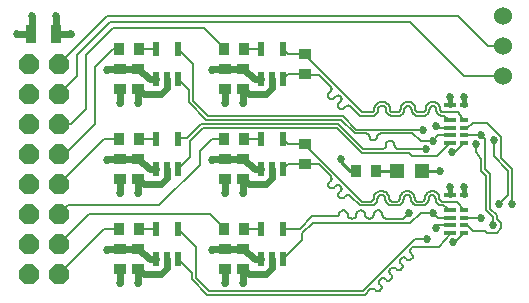
<source format=gtl>
G75*
G70*
%OFA0B0*%
%FSLAX24Y24*%
%IPPOS*%
%LPD*%
%AMOC8*
5,1,8,0,0,1.08239X$1,22.5*
%
%ADD10R,0.0220X0.0500*%
%ADD11R,0.0420X0.0350*%
%ADD12OC8,0.0660*%
%ADD13R,0.0380X0.0600*%
%ADD14R,0.0300X0.0150*%
%ADD15R,0.0400X0.0150*%
%ADD16R,0.0350X0.0420*%
%ADD17C,0.0600*%
%ADD18R,0.0472X0.0472*%
%ADD19C,0.0070*%
%ADD20C,0.0270*%
%ADD21C,0.0160*%
%ADD22C,0.0240*%
%ADD23C,0.0100*%
D10*
X007890Y001540D03*
X008260Y001540D03*
X008630Y001540D03*
X008630Y002560D03*
X007890Y002560D03*
X007890Y004540D03*
X008260Y004540D03*
X008630Y004540D03*
X008630Y005560D03*
X007890Y005560D03*
X007890Y007540D03*
X008260Y007540D03*
X008630Y007540D03*
X008630Y008560D03*
X007890Y008560D03*
X011390Y008560D03*
X012130Y008560D03*
X012130Y007540D03*
X011760Y007540D03*
X011390Y007540D03*
X011390Y005560D03*
X012130Y005560D03*
X012130Y004540D03*
X011760Y004540D03*
X011390Y004540D03*
X011390Y002560D03*
X012130Y002560D03*
X012130Y001540D03*
X011760Y001540D03*
X011390Y001540D03*
D11*
X010810Y001210D03*
X010210Y001210D03*
X010210Y001890D03*
X010810Y001890D03*
X010810Y004210D03*
X010210Y004210D03*
X010210Y004890D03*
X010810Y004890D03*
X012860Y004710D03*
X012860Y005390D03*
X010810Y007210D03*
X010210Y007210D03*
X010210Y007890D03*
X010810Y007890D03*
X012860Y007710D03*
X012860Y008390D03*
X007310Y007890D03*
X006710Y007890D03*
X006710Y007210D03*
X007310Y007210D03*
X007310Y004890D03*
X006710Y004890D03*
X006710Y004210D03*
X007310Y004210D03*
X007310Y001890D03*
X006710Y001890D03*
X006710Y001210D03*
X007310Y001210D03*
D12*
X003660Y001050D03*
X004660Y001050D03*
X004660Y002050D03*
X003660Y002050D03*
X003660Y003050D03*
X004660Y003050D03*
X004660Y004050D03*
X003660Y004050D03*
X003660Y005050D03*
X004660Y005050D03*
X004660Y006050D03*
X003660Y006050D03*
X003660Y007050D03*
X004660Y007050D03*
X004660Y008050D03*
X003660Y008050D03*
D13*
X003750Y009050D03*
X004570Y009050D03*
D14*
X018160Y006675D03*
X018160Y006175D03*
X018160Y005925D03*
X018160Y005675D03*
X018160Y005425D03*
X018160Y003675D03*
X018160Y003175D03*
X018160Y002925D03*
X018160Y002675D03*
X018160Y002425D03*
D15*
X017710Y002425D03*
X017710Y002675D03*
X017710Y002925D03*
X017710Y003175D03*
X017710Y003675D03*
X017710Y005425D03*
X017710Y005675D03*
X017710Y005925D03*
X017710Y006175D03*
X017710Y006675D03*
D16*
X015250Y004500D03*
X014570Y004500D03*
X010850Y005550D03*
X010170Y005550D03*
X007350Y005550D03*
X006670Y005550D03*
X006670Y002550D03*
X007350Y002550D03*
X010170Y002550D03*
X010850Y002550D03*
X010850Y008550D03*
X010170Y008550D03*
X007350Y008550D03*
X006670Y008550D03*
D17*
X019460Y008650D03*
X019460Y007650D03*
X019460Y009650D03*
D18*
X016773Y004500D03*
X015946Y004500D03*
D19*
X016435Y004975D02*
X016335Y005075D01*
X014768Y005075D01*
X013933Y005910D01*
X009461Y005910D01*
X009030Y005479D01*
X009030Y004941D01*
X008630Y004540D01*
X009360Y004690D02*
X009360Y005150D01*
X009760Y005550D01*
X010170Y005550D01*
X010850Y005550D02*
X011380Y005550D01*
X011390Y005560D01*
X012130Y005560D02*
X012270Y005419D01*
X012341Y005390D02*
X012860Y005390D01*
X012860Y005367D01*
X014761Y003465D01*
X015047Y003465D01*
X015066Y003467D01*
X015085Y003472D01*
X015102Y003480D01*
X015118Y003491D01*
X015131Y003504D01*
X015142Y003520D01*
X015150Y003537D01*
X015155Y003556D01*
X015157Y003575D01*
X015287Y003575D02*
X015285Y003546D01*
X015280Y003518D01*
X015271Y003490D01*
X015260Y003463D01*
X015245Y003439D01*
X015227Y003416D01*
X015206Y003395D01*
X015183Y003377D01*
X015159Y003362D01*
X015132Y003351D01*
X015104Y003342D01*
X015076Y003337D01*
X015047Y003335D01*
X014708Y003335D01*
X014382Y003661D01*
X014367Y003673D01*
X014350Y003683D01*
X014332Y003689D01*
X014314Y003693D01*
X014294Y003693D01*
X014276Y003689D01*
X014258Y003683D01*
X014241Y003673D01*
X014226Y003661D01*
X014177Y003611D01*
X014162Y003599D01*
X014145Y003589D01*
X014127Y003583D01*
X014109Y003579D01*
X014089Y003579D01*
X014071Y003583D01*
X014053Y003589D01*
X014036Y003599D01*
X014021Y003611D01*
X014010Y003622D01*
X013998Y003637D01*
X013988Y003654D01*
X013982Y003672D01*
X013978Y003690D01*
X013978Y003710D01*
X013982Y003728D01*
X013988Y003746D01*
X013998Y003763D01*
X014010Y003778D01*
X014060Y003827D01*
X014072Y003842D01*
X014082Y003859D01*
X014088Y003877D01*
X014092Y003895D01*
X014092Y003915D01*
X014088Y003933D01*
X014082Y003951D01*
X014072Y003968D01*
X014060Y003983D01*
X014048Y003994D01*
X014049Y003994D02*
X014034Y004006D01*
X014017Y004016D01*
X013999Y004022D01*
X013981Y004026D01*
X013961Y004026D01*
X013943Y004022D01*
X013925Y004016D01*
X013908Y004006D01*
X013893Y003994D01*
X013843Y003945D01*
X013844Y003944D02*
X013829Y003932D01*
X013812Y003922D01*
X013794Y003916D01*
X013776Y003912D01*
X013756Y003912D01*
X013738Y003916D01*
X013720Y003922D01*
X013703Y003932D01*
X013688Y003944D01*
X013688Y003945D02*
X013677Y003956D01*
X013676Y003956D02*
X013664Y003971D01*
X013654Y003988D01*
X013648Y004006D01*
X013644Y004024D01*
X013644Y004044D01*
X013648Y004062D01*
X013654Y004080D01*
X013664Y004097D01*
X013676Y004112D01*
X013677Y004111D02*
X013726Y004161D01*
X013738Y004176D01*
X013748Y004193D01*
X013754Y004211D01*
X013758Y004229D01*
X013758Y004249D01*
X013754Y004267D01*
X013748Y004285D01*
X013738Y004302D01*
X013726Y004317D01*
X013333Y004710D01*
X012860Y004710D01*
X012341Y004710D01*
X012270Y004681D02*
X012130Y004540D01*
X012270Y004681D02*
X012285Y004693D01*
X012303Y004702D01*
X012321Y004708D01*
X012341Y004710D01*
X012341Y005390D02*
X012321Y005392D01*
X012303Y005398D01*
X012285Y005407D01*
X012270Y005419D01*
X013986Y006040D02*
X009408Y006040D01*
X008939Y005571D01*
X008640Y005571D01*
X008630Y005560D01*
X007890Y005560D02*
X007880Y005550D01*
X007350Y005550D01*
X006670Y005550D02*
X006160Y005550D01*
X004660Y004050D01*
X004960Y003350D02*
X008020Y003350D01*
X009360Y004690D01*
X009583Y006185D02*
X008989Y006779D01*
X008989Y007181D01*
X008630Y007540D01*
X009130Y008059D02*
X008630Y008560D01*
X009130Y008059D02*
X009130Y006821D01*
X009636Y006315D01*
X014136Y006315D01*
X014586Y005865D01*
X016795Y005865D01*
X016810Y005850D01*
X016735Y005500D02*
X016435Y005735D01*
X015385Y005735D01*
X015366Y005733D01*
X015347Y005728D01*
X015330Y005720D01*
X015314Y005709D01*
X015301Y005696D01*
X015290Y005680D01*
X015282Y005663D01*
X015277Y005644D01*
X015275Y005625D01*
X015273Y005606D01*
X015268Y005587D01*
X015260Y005570D01*
X015249Y005554D01*
X015236Y005541D01*
X015220Y005530D01*
X015203Y005522D01*
X015184Y005517D01*
X015165Y005515D01*
X015132Y005515D01*
X015113Y005517D01*
X015094Y005522D01*
X015077Y005530D01*
X015061Y005541D01*
X015048Y005554D01*
X015037Y005570D01*
X015029Y005587D01*
X015024Y005606D01*
X015022Y005625D01*
X015020Y005644D01*
X015015Y005663D01*
X015007Y005680D01*
X014996Y005696D01*
X014983Y005709D01*
X014967Y005720D01*
X014950Y005728D01*
X014931Y005733D01*
X014912Y005735D01*
X014533Y005735D01*
X014083Y006185D01*
X009583Y006185D01*
X012130Y007540D02*
X012270Y007681D01*
X012341Y007710D02*
X012860Y007710D01*
X012860Y007685D01*
X013333Y007685D01*
X013726Y007292D01*
X013738Y007277D01*
X013748Y007260D01*
X013754Y007242D01*
X013758Y007224D01*
X013758Y007204D01*
X013754Y007186D01*
X013748Y007168D01*
X013738Y007151D01*
X013726Y007136D01*
X013677Y007086D01*
X013676Y007087D02*
X013664Y007072D01*
X013654Y007055D01*
X013648Y007037D01*
X013644Y007019D01*
X013644Y006999D01*
X013648Y006981D01*
X013654Y006963D01*
X013664Y006946D01*
X013676Y006931D01*
X013677Y006931D02*
X013688Y006920D01*
X013688Y006919D02*
X013703Y006907D01*
X013720Y006897D01*
X013738Y006891D01*
X013756Y006887D01*
X013776Y006887D01*
X013794Y006891D01*
X013812Y006897D01*
X013829Y006907D01*
X013844Y006919D01*
X013843Y006920D02*
X013893Y006969D01*
X013908Y006981D01*
X013925Y006991D01*
X013943Y006997D01*
X013961Y007001D01*
X013981Y007001D01*
X013999Y006997D01*
X014017Y006991D01*
X014034Y006981D01*
X014049Y006969D01*
X014048Y006969D02*
X014060Y006958D01*
X014072Y006943D01*
X014082Y006926D01*
X014088Y006908D01*
X014092Y006890D01*
X014092Y006870D01*
X014088Y006852D01*
X014082Y006834D01*
X014072Y006817D01*
X014060Y006802D01*
X014010Y006753D01*
X013998Y006738D01*
X013988Y006721D01*
X013982Y006703D01*
X013978Y006685D01*
X013978Y006665D01*
X013982Y006647D01*
X013988Y006629D01*
X013998Y006612D01*
X014010Y006597D01*
X014021Y006586D01*
X014036Y006574D01*
X014053Y006564D01*
X014071Y006558D01*
X014089Y006554D01*
X014109Y006554D01*
X014127Y006558D01*
X014145Y006564D01*
X014162Y006574D01*
X014177Y006586D01*
X014226Y006636D01*
X014241Y006648D01*
X014258Y006658D01*
X014276Y006664D01*
X014294Y006668D01*
X014314Y006668D01*
X014332Y006664D01*
X014350Y006658D01*
X014367Y006648D01*
X014382Y006636D01*
X014708Y006310D01*
X015072Y006310D01*
X015072Y006440D02*
X014786Y006440D01*
X012885Y008342D01*
X012860Y008390D02*
X012341Y008390D01*
X012270Y008419D02*
X012130Y008560D01*
X012270Y008419D02*
X012285Y008407D01*
X012303Y008398D01*
X012321Y008392D01*
X012341Y008390D01*
X011390Y008560D02*
X011380Y008550D01*
X010850Y008550D01*
X010170Y008550D02*
X010170Y008590D01*
X010160Y008600D01*
X009520Y009250D01*
X006460Y009250D01*
X005560Y008350D01*
X005560Y006550D01*
X005060Y006050D01*
X004660Y006050D01*
X004860Y005050D02*
X005860Y006050D01*
X005860Y007950D01*
X006460Y008550D01*
X006670Y008550D01*
X007350Y008550D02*
X007880Y008550D01*
X007890Y008560D01*
X006360Y009450D02*
X016360Y009450D01*
X018160Y007650D01*
X019460Y007650D01*
X019460Y008650D02*
X018960Y008650D01*
X017960Y009650D01*
X006260Y009650D01*
X004660Y008050D01*
X005260Y008350D02*
X005260Y007650D01*
X004660Y007050D01*
X005260Y008350D02*
X006360Y009450D01*
X012270Y007681D02*
X012285Y007693D01*
X012303Y007702D01*
X012321Y007708D01*
X012341Y007710D01*
X013986Y006040D02*
X014801Y005225D01*
X015435Y005225D01*
X015456Y005227D01*
X015477Y005232D01*
X015496Y005240D01*
X015514Y005251D01*
X015530Y005265D01*
X015544Y005281D01*
X015555Y005299D01*
X015563Y005318D01*
X015568Y005339D01*
X015570Y005360D01*
X015572Y005381D01*
X015577Y005402D01*
X015585Y005421D01*
X015596Y005439D01*
X015610Y005455D01*
X015626Y005469D01*
X015644Y005480D01*
X015663Y005488D01*
X015684Y005493D01*
X015705Y005495D01*
X015715Y005495D01*
X015736Y005493D01*
X015757Y005488D01*
X015776Y005480D01*
X015794Y005469D01*
X015810Y005455D01*
X015824Y005439D01*
X015835Y005421D01*
X015843Y005402D01*
X015848Y005381D01*
X015850Y005360D01*
X015852Y005339D01*
X015857Y005318D01*
X015865Y005299D01*
X015876Y005281D01*
X015890Y005265D01*
X015906Y005251D01*
X015924Y005240D01*
X015943Y005232D01*
X015964Y005227D01*
X015985Y005225D01*
X016910Y005225D01*
X017260Y004975D02*
X016435Y004975D01*
X016735Y005500D02*
X017135Y005500D01*
X017310Y005675D01*
X017710Y005675D01*
X017710Y005925D02*
X017310Y005925D01*
X017235Y006000D01*
X017485Y006310D02*
X017510Y006310D01*
X017735Y006150D01*
X017710Y006175D01*
X017485Y006440D02*
X017960Y006440D01*
X018185Y006150D01*
X018160Y006175D01*
X018285Y005925D02*
X018460Y006100D01*
X018935Y006100D01*
X019410Y005625D01*
X019410Y004917D01*
X019775Y004552D01*
X019775Y003385D01*
X019785Y003375D01*
X019645Y003685D02*
X019645Y004498D01*
X019170Y004973D01*
X019170Y005525D01*
X018875Y005500D02*
X018875Y004552D01*
X019050Y004377D01*
X019050Y003227D01*
X019275Y003002D01*
X019275Y002885D01*
X019410Y002750D01*
X019410Y002575D01*
X019260Y002425D01*
X018935Y002425D01*
X018860Y002500D01*
X018460Y002500D01*
X018285Y002675D01*
X018160Y002675D01*
X018160Y002425D02*
X018185Y002425D01*
X017885Y002125D01*
X017810Y002125D01*
X017723Y002413D02*
X017722Y002413D01*
X017710Y002425D01*
X017723Y002413D02*
X017735Y002425D01*
X017723Y002413D02*
X017335Y001960D01*
X016461Y001960D01*
X016405Y001904D01*
X016393Y001889D01*
X016383Y001872D01*
X016377Y001854D01*
X016373Y001836D01*
X016373Y001816D01*
X016377Y001798D01*
X016383Y001780D01*
X016393Y001763D01*
X016405Y001748D01*
X016454Y001700D01*
X016463Y001684D01*
X016468Y001666D01*
X016470Y001648D01*
X016468Y001629D01*
X016463Y001612D01*
X016455Y001595D01*
X016443Y001581D01*
X016429Y001569D01*
X016413Y001554D01*
X016414Y001554D02*
X016402Y001540D01*
X016388Y001528D01*
X016371Y001520D01*
X016354Y001515D01*
X016335Y001513D01*
X016317Y001515D01*
X016299Y001520D01*
X016283Y001529D01*
X016234Y001577D01*
X016235Y001578D02*
X016220Y001590D01*
X016203Y001600D01*
X016185Y001606D01*
X016167Y001610D01*
X016147Y001610D01*
X016129Y001606D01*
X016111Y001600D01*
X016094Y001590D01*
X016079Y001578D01*
X016079Y001577D02*
X016063Y001562D01*
X016051Y001547D01*
X016041Y001530D01*
X016035Y001512D01*
X016031Y001494D01*
X016031Y001474D01*
X016035Y001456D01*
X016041Y001438D01*
X016051Y001421D01*
X016063Y001406D01*
X016112Y001358D01*
X016121Y001342D01*
X016126Y001324D01*
X016128Y001306D01*
X016126Y001287D01*
X016121Y001270D01*
X016113Y001253D01*
X016101Y001239D01*
X016087Y001227D01*
X016071Y001212D01*
X016071Y001211D02*
X016059Y001197D01*
X016045Y001185D01*
X016028Y001177D01*
X016011Y001172D01*
X015992Y001170D01*
X015974Y001172D01*
X015956Y001177D01*
X015940Y001186D01*
X015940Y001187D02*
X015892Y001235D01*
X015877Y001247D01*
X015860Y001257D01*
X015842Y001263D01*
X015824Y001267D01*
X015804Y001267D01*
X015786Y001263D01*
X015768Y001257D01*
X015751Y001247D01*
X015736Y001235D01*
X015713Y001212D01*
X015701Y001197D01*
X015691Y001180D01*
X015685Y001162D01*
X015681Y001144D01*
X015681Y001124D01*
X015685Y001106D01*
X015691Y001088D01*
X015701Y001071D01*
X015713Y001056D01*
X015762Y001008D01*
X015771Y000992D01*
X015776Y000974D01*
X015778Y000956D01*
X015776Y000937D01*
X015771Y000920D01*
X015763Y000903D01*
X015751Y000889D01*
X015737Y000877D01*
X015721Y000862D01*
X015721Y000861D02*
X015709Y000847D01*
X015695Y000835D01*
X015678Y000827D01*
X015661Y000822D01*
X015642Y000820D01*
X015624Y000822D01*
X015606Y000827D01*
X015590Y000836D01*
X015590Y000837D02*
X015542Y000885D01*
X015527Y000897D01*
X015510Y000907D01*
X015492Y000913D01*
X015474Y000917D01*
X015454Y000917D01*
X015436Y000913D01*
X015418Y000907D01*
X015401Y000897D01*
X015386Y000885D01*
X015363Y000862D01*
X015351Y000847D01*
X015341Y000830D01*
X015335Y000812D01*
X015331Y000794D01*
X015331Y000774D01*
X015335Y000756D01*
X015341Y000738D01*
X015351Y000721D01*
X015363Y000706D01*
X015412Y000658D01*
X015421Y000642D01*
X015426Y000624D01*
X015428Y000606D01*
X015426Y000587D01*
X015421Y000570D01*
X015413Y000553D01*
X015401Y000539D01*
X015387Y000527D01*
X015371Y000512D01*
X015371Y000511D02*
X015359Y000497D01*
X015345Y000485D01*
X015328Y000477D01*
X015311Y000472D01*
X015292Y000470D01*
X015274Y000472D01*
X015256Y000477D01*
X015240Y000486D01*
X015240Y000487D02*
X015192Y000535D01*
X015177Y000547D01*
X015160Y000557D01*
X015142Y000563D01*
X015124Y000567D01*
X015104Y000567D01*
X015086Y000563D01*
X015068Y000557D01*
X015051Y000547D01*
X015036Y000535D01*
X014861Y000360D01*
X009608Y000360D01*
X009089Y000879D01*
X009089Y001081D01*
X008630Y001540D01*
X009230Y001959D02*
X008630Y002560D01*
X007890Y002560D02*
X007880Y002550D01*
X007350Y002550D01*
X006670Y002550D02*
X006160Y002550D01*
X004660Y001050D01*
X004660Y002050D02*
X005660Y003050D01*
X009720Y003050D01*
X010110Y002650D01*
X010170Y002590D01*
X010170Y002550D01*
X010850Y002550D02*
X011380Y002550D01*
X011390Y002560D01*
X012130Y002560D02*
X012144Y002546D01*
X012689Y002546D01*
X013118Y002975D01*
X013892Y002975D01*
X013909Y002971D01*
X013926Y002972D01*
X013944Y002975D01*
X013960Y002982D01*
X013974Y002992D01*
X013986Y003004D01*
X013996Y003019D01*
X014002Y003035D01*
X014004Y003056D01*
X014009Y003077D01*
X014017Y003096D01*
X014028Y003114D01*
X014042Y003130D01*
X014058Y003144D01*
X014076Y003155D01*
X014095Y003163D01*
X014116Y003168D01*
X014137Y003170D01*
X014156Y003170D01*
X014177Y003168D01*
X014198Y003163D01*
X014217Y003155D01*
X014235Y003144D01*
X014251Y003130D01*
X014265Y003114D01*
X014276Y003096D01*
X014284Y003077D01*
X014289Y003056D01*
X014291Y003035D01*
X014293Y003014D01*
X014298Y002993D01*
X014306Y002974D01*
X014317Y002956D01*
X014331Y002940D01*
X014347Y002926D01*
X014365Y002915D01*
X014384Y002907D01*
X014405Y002902D01*
X014426Y002900D01*
X014446Y002900D01*
X014467Y002902D01*
X014488Y002907D01*
X014507Y002915D01*
X014525Y002926D01*
X014541Y002940D01*
X014555Y002956D01*
X014566Y002974D01*
X014574Y002993D01*
X014579Y003014D01*
X014581Y003035D01*
X014583Y003056D01*
X014588Y003077D01*
X014596Y003096D01*
X014607Y003114D01*
X014621Y003130D01*
X014637Y003144D01*
X014655Y003155D01*
X014674Y003163D01*
X014695Y003168D01*
X014716Y003170D01*
X014735Y003170D01*
X014756Y003168D01*
X014777Y003163D01*
X014796Y003155D01*
X014814Y003144D01*
X014830Y003130D01*
X014844Y003114D01*
X014855Y003096D01*
X014863Y003077D01*
X014868Y003056D01*
X014870Y003035D01*
X014872Y003014D01*
X014877Y002993D01*
X014885Y002974D01*
X014896Y002956D01*
X014910Y002940D01*
X014926Y002926D01*
X014944Y002915D01*
X014963Y002907D01*
X014984Y002902D01*
X015005Y002900D01*
X015025Y002900D01*
X015046Y002902D01*
X015067Y002907D01*
X015086Y002915D01*
X015104Y002926D01*
X015120Y002940D01*
X015134Y002956D01*
X015145Y002974D01*
X015153Y002993D01*
X015158Y003014D01*
X015160Y003035D01*
X015162Y003056D01*
X015167Y003077D01*
X015175Y003096D01*
X015186Y003114D01*
X015200Y003130D01*
X015216Y003144D01*
X015234Y003155D01*
X015253Y003163D01*
X015274Y003168D01*
X015295Y003170D01*
X015315Y003170D01*
X015336Y003168D01*
X015357Y003163D01*
X015376Y003155D01*
X015394Y003144D01*
X015410Y003130D01*
X015424Y003114D01*
X015435Y003096D01*
X015443Y003077D01*
X015448Y003056D01*
X015450Y003035D01*
X015452Y003014D01*
X015457Y002993D01*
X015465Y002974D01*
X015476Y002956D01*
X015490Y002940D01*
X015506Y002926D01*
X015524Y002915D01*
X015543Y002907D01*
X015564Y002902D01*
X015585Y002900D01*
X016135Y002900D01*
X016335Y003100D01*
X016635Y003335D02*
X016757Y003335D01*
X016757Y003465D02*
X016635Y003465D01*
X016616Y003467D01*
X016597Y003472D01*
X016580Y003480D01*
X016564Y003491D01*
X016551Y003504D01*
X016540Y003520D01*
X016532Y003537D01*
X016527Y003556D01*
X016525Y003575D01*
X016395Y003575D02*
X016397Y003546D01*
X016402Y003518D01*
X016411Y003490D01*
X016422Y003463D01*
X016437Y003439D01*
X016455Y003416D01*
X016476Y003395D01*
X016499Y003377D01*
X016523Y003362D01*
X016550Y003351D01*
X016578Y003342D01*
X016606Y003337D01*
X016635Y003335D01*
X016735Y003100D02*
X017135Y003100D01*
X017160Y003075D01*
X017135Y003100D02*
X017310Y002925D01*
X017710Y002925D01*
X017710Y002675D02*
X017310Y002675D01*
X017235Y002600D01*
X016935Y002225D02*
X016543Y002225D01*
X014808Y000490D01*
X009661Y000490D01*
X009230Y000921D01*
X009230Y001959D01*
X012130Y001540D02*
X012780Y002191D01*
X012780Y002404D01*
X013126Y002750D01*
X016385Y002750D01*
X016735Y003100D01*
X016757Y003465D02*
X016776Y003467D01*
X016795Y003472D01*
X016812Y003480D01*
X016828Y003491D01*
X016841Y003504D01*
X016852Y003520D01*
X016860Y003537D01*
X016865Y003556D01*
X016867Y003575D01*
X016997Y003575D02*
X016995Y003546D01*
X016990Y003518D01*
X016981Y003490D01*
X016970Y003463D01*
X016955Y003439D01*
X016937Y003416D01*
X016916Y003395D01*
X016893Y003377D01*
X016869Y003362D01*
X016842Y003351D01*
X016814Y003342D01*
X016786Y003337D01*
X016757Y003335D01*
X016867Y003575D02*
X016869Y003604D01*
X016874Y003632D01*
X016883Y003660D01*
X016894Y003687D01*
X016909Y003711D01*
X016927Y003734D01*
X016948Y003755D01*
X016971Y003773D01*
X016995Y003788D01*
X017022Y003799D01*
X017050Y003808D01*
X017078Y003813D01*
X017107Y003815D01*
X017110Y003815D01*
X017107Y003685D02*
X017110Y003685D01*
X017110Y003815D02*
X017139Y003813D01*
X017167Y003808D01*
X017195Y003799D01*
X017222Y003788D01*
X017246Y003773D01*
X017269Y003755D01*
X017290Y003734D01*
X017308Y003711D01*
X017323Y003687D01*
X017334Y003660D01*
X017343Y003632D01*
X017348Y003604D01*
X017350Y003575D01*
X017352Y003556D01*
X017357Y003537D01*
X017365Y003520D01*
X017376Y003504D01*
X017389Y003491D01*
X017405Y003480D01*
X017422Y003472D01*
X017441Y003467D01*
X017460Y003465D01*
X017935Y003465D01*
X018160Y003175D01*
X018160Y002925D02*
X018135Y002925D01*
X018160Y002925D02*
X018735Y002925D01*
X018920Y003173D02*
X019145Y002948D01*
X019145Y002675D01*
X018920Y003173D02*
X018920Y004323D01*
X018745Y004498D01*
X018745Y004900D01*
X018585Y005125D01*
X018585Y005375D01*
X018875Y005500D02*
X018860Y005550D01*
X018735Y005675D01*
X018160Y005675D01*
X018160Y005425D02*
X017860Y005125D01*
X017785Y005125D01*
X017710Y005425D02*
X017260Y004975D01*
X018160Y005925D02*
X018285Y005925D01*
X017485Y006440D02*
X017466Y006442D01*
X017447Y006447D01*
X017430Y006455D01*
X017414Y006466D01*
X017401Y006479D01*
X017390Y006495D01*
X017382Y006512D01*
X017377Y006531D01*
X017375Y006550D01*
X017245Y006550D02*
X017247Y006521D01*
X017252Y006493D01*
X017261Y006465D01*
X017272Y006438D01*
X017287Y006414D01*
X017305Y006391D01*
X017326Y006370D01*
X017349Y006352D01*
X017373Y006337D01*
X017400Y006326D01*
X017428Y006317D01*
X017456Y006312D01*
X017485Y006310D01*
X017375Y006550D02*
X017373Y006579D01*
X017368Y006607D01*
X017359Y006635D01*
X017348Y006662D01*
X017333Y006686D01*
X017315Y006709D01*
X017294Y006730D01*
X017271Y006748D01*
X017247Y006763D01*
X017220Y006774D01*
X017192Y006783D01*
X017164Y006788D01*
X017135Y006790D01*
X017132Y006790D01*
X017132Y006660D02*
X017135Y006660D01*
X017154Y006658D01*
X017173Y006653D01*
X017190Y006645D01*
X017206Y006634D01*
X017219Y006621D01*
X017230Y006605D01*
X017238Y006588D01*
X017243Y006569D01*
X017245Y006550D01*
X017132Y006790D02*
X017103Y006788D01*
X017075Y006783D01*
X017047Y006774D01*
X017020Y006763D01*
X016996Y006748D01*
X016973Y006730D01*
X016952Y006709D01*
X016934Y006686D01*
X016919Y006662D01*
X016908Y006635D01*
X016899Y006607D01*
X016894Y006579D01*
X016892Y006550D01*
X016890Y006531D01*
X016885Y006512D01*
X016877Y006495D01*
X016866Y006479D01*
X016853Y006466D01*
X016837Y006455D01*
X016820Y006447D01*
X016801Y006442D01*
X016782Y006440D01*
X016660Y006440D01*
X016641Y006442D01*
X016622Y006447D01*
X016605Y006455D01*
X016589Y006466D01*
X016576Y006479D01*
X016565Y006495D01*
X016557Y006512D01*
X016552Y006531D01*
X016550Y006550D01*
X016420Y006550D02*
X016422Y006521D01*
X016427Y006493D01*
X016436Y006465D01*
X016447Y006438D01*
X016462Y006414D01*
X016480Y006391D01*
X016501Y006370D01*
X016524Y006352D01*
X016548Y006337D01*
X016575Y006326D01*
X016603Y006317D01*
X016631Y006312D01*
X016660Y006310D01*
X016782Y006310D01*
X016811Y006312D01*
X016839Y006317D01*
X016867Y006326D01*
X016894Y006337D01*
X016918Y006352D01*
X016941Y006370D01*
X016962Y006391D01*
X016980Y006414D01*
X016995Y006438D01*
X017006Y006465D01*
X017015Y006493D01*
X017020Y006521D01*
X017022Y006550D01*
X017024Y006569D01*
X017029Y006588D01*
X017037Y006605D01*
X017048Y006621D01*
X017061Y006634D01*
X017077Y006645D01*
X017094Y006653D01*
X017113Y006658D01*
X017132Y006660D01*
X016310Y006660D02*
X016295Y006660D01*
X016295Y006790D02*
X016266Y006788D01*
X016238Y006783D01*
X016210Y006774D01*
X016183Y006763D01*
X016159Y006748D01*
X016136Y006730D01*
X016115Y006709D01*
X016097Y006686D01*
X016082Y006662D01*
X016071Y006635D01*
X016062Y006607D01*
X016057Y006579D01*
X016055Y006550D01*
X016053Y006531D01*
X016048Y006512D01*
X016040Y006495D01*
X016029Y006479D01*
X016016Y006466D01*
X016000Y006455D01*
X015983Y006447D01*
X015964Y006442D01*
X015945Y006440D01*
X015810Y006440D01*
X015791Y006442D01*
X015772Y006447D01*
X015755Y006455D01*
X015739Y006466D01*
X015726Y006479D01*
X015715Y006495D01*
X015707Y006512D01*
X015702Y006531D01*
X015700Y006550D01*
X015570Y006550D02*
X015572Y006521D01*
X015577Y006493D01*
X015586Y006465D01*
X015597Y006438D01*
X015612Y006414D01*
X015630Y006391D01*
X015651Y006370D01*
X015674Y006352D01*
X015698Y006337D01*
X015725Y006326D01*
X015753Y006317D01*
X015781Y006312D01*
X015810Y006310D01*
X015945Y006310D01*
X015974Y006312D01*
X016002Y006317D01*
X016030Y006326D01*
X016057Y006337D01*
X016081Y006352D01*
X016104Y006370D01*
X016125Y006391D01*
X016143Y006414D01*
X016158Y006438D01*
X016169Y006465D01*
X016178Y006493D01*
X016183Y006521D01*
X016185Y006550D01*
X016187Y006569D01*
X016192Y006588D01*
X016200Y006605D01*
X016211Y006621D01*
X016224Y006634D01*
X016240Y006645D01*
X016257Y006653D01*
X016276Y006658D01*
X016295Y006660D01*
X016310Y006790D02*
X016339Y006788D01*
X016367Y006783D01*
X016395Y006774D01*
X016422Y006763D01*
X016446Y006748D01*
X016469Y006730D01*
X016490Y006709D01*
X016508Y006686D01*
X016523Y006662D01*
X016534Y006635D01*
X016543Y006607D01*
X016548Y006579D01*
X016550Y006550D01*
X016420Y006550D02*
X016418Y006569D01*
X016413Y006588D01*
X016405Y006605D01*
X016394Y006621D01*
X016381Y006634D01*
X016365Y006645D01*
X016348Y006653D01*
X016329Y006658D01*
X016310Y006660D01*
X016295Y006790D02*
X016310Y006790D01*
X015460Y006790D02*
X015422Y006790D01*
X015422Y006660D02*
X015460Y006660D01*
X015460Y006790D02*
X015489Y006788D01*
X015517Y006783D01*
X015545Y006774D01*
X015572Y006763D01*
X015596Y006748D01*
X015619Y006730D01*
X015640Y006709D01*
X015658Y006686D01*
X015673Y006662D01*
X015684Y006635D01*
X015693Y006607D01*
X015698Y006579D01*
X015700Y006550D01*
X015570Y006550D02*
X015568Y006569D01*
X015563Y006588D01*
X015555Y006605D01*
X015544Y006621D01*
X015531Y006634D01*
X015515Y006645D01*
X015498Y006653D01*
X015479Y006658D01*
X015460Y006660D01*
X015422Y006790D02*
X015393Y006788D01*
X015365Y006783D01*
X015337Y006774D01*
X015310Y006763D01*
X015286Y006748D01*
X015263Y006730D01*
X015242Y006709D01*
X015224Y006686D01*
X015209Y006662D01*
X015198Y006635D01*
X015189Y006607D01*
X015184Y006579D01*
X015182Y006550D01*
X015180Y006531D01*
X015175Y006512D01*
X015167Y006495D01*
X015156Y006479D01*
X015143Y006466D01*
X015127Y006455D01*
X015110Y006447D01*
X015091Y006442D01*
X015072Y006440D01*
X015072Y006310D02*
X015101Y006312D01*
X015129Y006317D01*
X015157Y006326D01*
X015184Y006337D01*
X015208Y006352D01*
X015231Y006370D01*
X015252Y006391D01*
X015270Y006414D01*
X015285Y006438D01*
X015296Y006465D01*
X015305Y006493D01*
X015310Y006521D01*
X015312Y006550D01*
X015314Y006569D01*
X015319Y006588D01*
X015327Y006605D01*
X015338Y006621D01*
X015351Y006634D01*
X015367Y006645D01*
X015384Y006653D01*
X015403Y006658D01*
X015422Y006660D01*
X015397Y003815D02*
X015435Y003815D01*
X015435Y003685D02*
X015397Y003685D01*
X015397Y003815D02*
X015368Y003813D01*
X015340Y003808D01*
X015312Y003799D01*
X015285Y003788D01*
X015261Y003773D01*
X015238Y003755D01*
X015217Y003734D01*
X015199Y003711D01*
X015184Y003687D01*
X015173Y003660D01*
X015164Y003632D01*
X015159Y003604D01*
X015157Y003575D01*
X015287Y003575D02*
X015289Y003594D01*
X015294Y003613D01*
X015302Y003630D01*
X015313Y003646D01*
X015326Y003659D01*
X015342Y003670D01*
X015359Y003678D01*
X015378Y003683D01*
X015397Y003685D01*
X015435Y003815D02*
X015464Y003813D01*
X015492Y003808D01*
X015520Y003799D01*
X015547Y003788D01*
X015571Y003773D01*
X015594Y003755D01*
X015615Y003734D01*
X015633Y003711D01*
X015648Y003687D01*
X015659Y003660D01*
X015668Y003632D01*
X015673Y003604D01*
X015675Y003575D01*
X015677Y003556D01*
X015682Y003537D01*
X015690Y003520D01*
X015701Y003504D01*
X015714Y003491D01*
X015730Y003480D01*
X015747Y003472D01*
X015766Y003467D01*
X015785Y003465D01*
X015920Y003465D01*
X015939Y003467D01*
X015958Y003472D01*
X015975Y003480D01*
X015991Y003491D01*
X016004Y003504D01*
X016015Y003520D01*
X016023Y003537D01*
X016028Y003556D01*
X016030Y003575D01*
X016160Y003575D02*
X016158Y003546D01*
X016153Y003518D01*
X016144Y003490D01*
X016133Y003463D01*
X016118Y003439D01*
X016100Y003416D01*
X016079Y003395D01*
X016056Y003377D01*
X016032Y003362D01*
X016005Y003351D01*
X015977Y003342D01*
X015949Y003337D01*
X015920Y003335D01*
X015785Y003335D01*
X015756Y003337D01*
X015728Y003342D01*
X015700Y003351D01*
X015673Y003362D01*
X015649Y003377D01*
X015626Y003395D01*
X015605Y003416D01*
X015587Y003439D01*
X015572Y003463D01*
X015561Y003490D01*
X015552Y003518D01*
X015547Y003546D01*
X015545Y003575D01*
X015543Y003594D01*
X015538Y003613D01*
X015530Y003630D01*
X015519Y003646D01*
X015506Y003659D01*
X015490Y003670D01*
X015473Y003678D01*
X015454Y003683D01*
X015435Y003685D01*
X016270Y003685D02*
X016285Y003685D01*
X016285Y003815D02*
X016314Y003813D01*
X016342Y003808D01*
X016370Y003799D01*
X016397Y003788D01*
X016421Y003773D01*
X016444Y003755D01*
X016465Y003734D01*
X016483Y003711D01*
X016498Y003687D01*
X016509Y003660D01*
X016518Y003632D01*
X016523Y003604D01*
X016525Y003575D01*
X016395Y003575D02*
X016393Y003594D01*
X016388Y003613D01*
X016380Y003630D01*
X016369Y003646D01*
X016356Y003659D01*
X016340Y003670D01*
X016323Y003678D01*
X016304Y003683D01*
X016285Y003685D01*
X016270Y003815D02*
X016241Y003813D01*
X016213Y003808D01*
X016185Y003799D01*
X016158Y003788D01*
X016134Y003773D01*
X016111Y003755D01*
X016090Y003734D01*
X016072Y003711D01*
X016057Y003687D01*
X016046Y003660D01*
X016037Y003632D01*
X016032Y003604D01*
X016030Y003575D01*
X016160Y003575D02*
X016162Y003594D01*
X016167Y003613D01*
X016175Y003630D01*
X016186Y003646D01*
X016199Y003659D01*
X016215Y003670D01*
X016232Y003678D01*
X016251Y003683D01*
X016270Y003685D01*
X016270Y003815D02*
X016285Y003815D01*
X016997Y003575D02*
X016999Y003594D01*
X017004Y003613D01*
X017012Y003630D01*
X017023Y003646D01*
X017036Y003659D01*
X017052Y003670D01*
X017069Y003678D01*
X017088Y003683D01*
X017107Y003685D01*
X017110Y003685D02*
X017129Y003683D01*
X017148Y003678D01*
X017165Y003670D01*
X017181Y003659D01*
X017194Y003646D01*
X017205Y003630D01*
X017213Y003613D01*
X017218Y003594D01*
X017220Y003575D01*
X017222Y003546D01*
X017227Y003518D01*
X017236Y003490D01*
X017247Y003463D01*
X017262Y003439D01*
X017280Y003416D01*
X017301Y003395D01*
X017324Y003377D01*
X017348Y003362D01*
X017375Y003351D01*
X017403Y003342D01*
X017431Y003337D01*
X017460Y003335D01*
X017485Y003335D01*
X017710Y003175D01*
X019335Y003375D02*
X019645Y003685D01*
X004960Y003350D02*
X004660Y003050D01*
X004660Y005050D02*
X004860Y005050D01*
D20*
X006260Y004850D03*
X006710Y003750D03*
X007310Y003750D03*
X009760Y004850D03*
X010210Y003750D03*
X010810Y003750D03*
X009760Y001850D03*
X010210Y000750D03*
X010810Y000750D03*
X007310Y000750D03*
X006710Y000750D03*
X006260Y001850D03*
X006710Y006750D03*
X007310Y006750D03*
X006260Y007850D03*
X005060Y009050D03*
X004560Y009650D03*
X003760Y009650D03*
X003260Y009050D03*
X009760Y007850D03*
X010210Y006750D03*
X010810Y006750D03*
X014060Y004900D03*
X016335Y003100D03*
X017135Y003100D03*
X017235Y002600D03*
X016935Y002225D03*
X017810Y002125D03*
X018735Y002925D03*
X019145Y002675D03*
X019335Y003375D03*
X019785Y003375D03*
X018160Y003950D03*
X017710Y003950D03*
X017360Y004500D03*
X017785Y005125D03*
X017135Y005500D03*
X016810Y005850D03*
X017235Y006000D03*
X016910Y005225D03*
X018585Y005375D03*
X018735Y005675D03*
X019170Y005525D03*
X018160Y006950D03*
X017710Y006950D03*
D21*
X017710Y006675D01*
X018160Y006675D02*
X018160Y006950D01*
X018160Y003950D02*
X018160Y003675D01*
X017710Y003675D02*
X017710Y003950D01*
D22*
X011760Y004250D02*
X011760Y004540D01*
X011390Y004540D02*
X011210Y004540D01*
X010810Y004890D01*
X010210Y004890D01*
X009800Y004890D01*
X009760Y004850D01*
X010210Y004210D02*
X010210Y003750D01*
X010810Y003750D02*
X010810Y004210D01*
X011020Y004050D01*
X011560Y004050D01*
X011760Y004250D01*
X010810Y001890D02*
X010210Y001890D01*
X009800Y001890D01*
X009760Y001850D01*
X010210Y001210D02*
X010210Y000750D01*
X010810Y000750D02*
X010810Y001210D01*
X011020Y001050D01*
X011560Y001050D01*
X011760Y001250D01*
X011760Y001540D01*
X011390Y001540D02*
X011210Y001540D01*
X010810Y001890D01*
X008260Y001540D02*
X008260Y001250D01*
X008060Y001050D01*
X007520Y001050D01*
X007310Y001210D01*
X007310Y000750D01*
X006710Y000750D02*
X006710Y001210D01*
X006260Y001850D02*
X006300Y001890D01*
X006710Y001890D01*
X007310Y001890D01*
X007710Y001540D01*
X007890Y001540D01*
X007310Y003750D02*
X007310Y004210D01*
X007520Y004050D01*
X008060Y004050D01*
X008260Y004250D01*
X008260Y004540D01*
X007890Y004540D02*
X007710Y004540D01*
X007310Y004890D01*
X006710Y004890D01*
X006300Y004890D01*
X006260Y004850D01*
X006710Y004890D02*
X006720Y004850D01*
X006710Y004210D02*
X006710Y003750D01*
X006710Y006750D02*
X006710Y007210D01*
X007310Y007210D02*
X007310Y006750D01*
X007520Y007050D02*
X008060Y007050D01*
X008260Y007250D01*
X008260Y007540D01*
X007890Y007540D02*
X007710Y007540D01*
X007310Y007890D01*
X006710Y007890D01*
X006300Y007890D01*
X006260Y007850D01*
X007310Y007210D02*
X007520Y007050D01*
X009760Y007850D02*
X009800Y007890D01*
X010210Y007890D01*
X010810Y007890D01*
X011210Y007540D01*
X011390Y007540D01*
X011760Y007540D02*
X011760Y007250D01*
X011560Y007050D01*
X011020Y007050D01*
X010810Y007210D01*
X010810Y006750D01*
X010210Y006750D02*
X010210Y007210D01*
X005060Y009050D02*
X004570Y009050D01*
X004560Y009050D02*
X004560Y009650D01*
X003760Y009650D02*
X003760Y009060D01*
X003750Y009050D01*
X003260Y009050D01*
D23*
X014060Y004900D02*
X014060Y004800D01*
X014360Y004500D01*
X014570Y004500D01*
X015250Y004500D02*
X015946Y004500D01*
X016773Y004500D02*
X017360Y004500D01*
M02*

</source>
